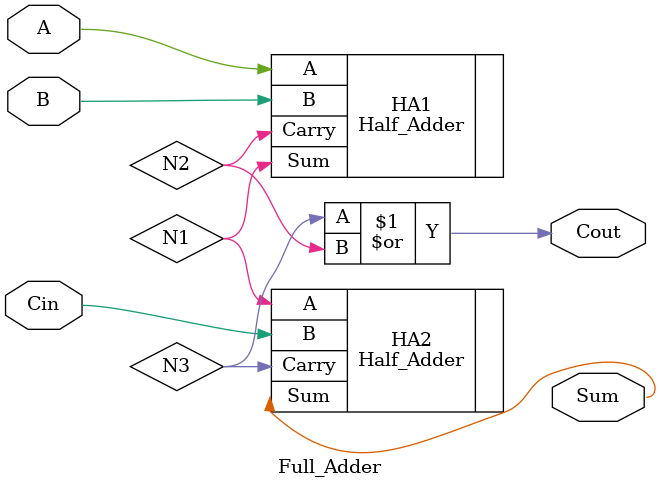
<source format=v>
`timescale 1ns / 1ps


module Full_Adder(
    input A,
    input B,
    input Cin,
    output Sum,
    output Cout
    );
    
    wire N1,N2,N3;
    
    Half_Adder HA1(
        .A(A),
        .B(B),
        .Sum(N1),
        .Carry(N2)
        );
    Half_Adder HA2(
        .A(N1),
        .B(Cin),
        .Sum(Sum),
        .Carry(N3)
        );
    assign Cout = N3|N2;
            
endmodule

</source>
